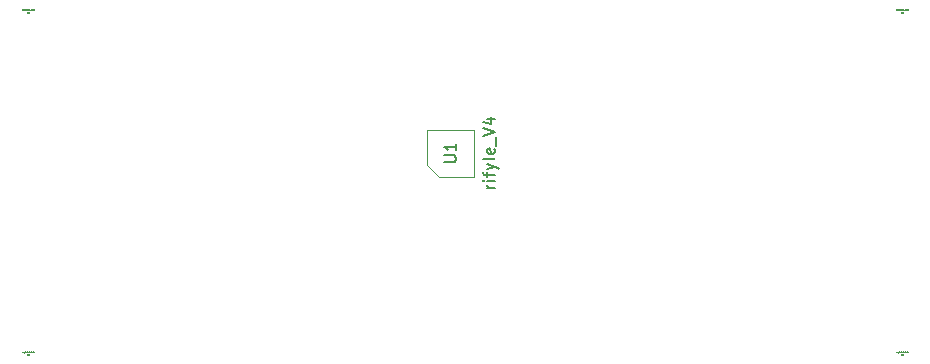
<source format=gbr>
G04 #@! TF.GenerationSoftware,KiCad,Pcbnew,6.0.9-8da3e8f707~117~ubuntu20.04.1*
G04 #@! TF.CreationDate,2022-12-15T16:30:04+01:00*
G04 #@! TF.ProjectId,picsyle-R_temperature_915,70696373-796c-4652-9d52-5f74656d7065,rev?*
G04 #@! TF.SameCoordinates,Original*
G04 #@! TF.FileFunction,AssemblyDrawing,Top*
%FSLAX46Y46*%
G04 Gerber Fmt 4.6, Leading zero omitted, Abs format (unit mm)*
G04 Created by KiCad (PCBNEW 6.0.9-8da3e8f707~117~ubuntu20.04.1) date 2022-12-15 16:30:04*
%MOMM*%
%LPD*%
G01*
G04 APERTURE LIST*
%ADD10C,0.010000*%
%ADD11C,0.150000*%
%ADD12C,0.100000*%
G04 APERTURE END LIST*
D10*
X93923809Y-20170238D02*
X93923809Y-20070238D01*
X93923809Y-20117857D02*
X93980952Y-20117857D01*
X93980952Y-20170238D02*
X93980952Y-20070238D01*
X94023809Y-20079761D02*
X94028571Y-20075000D01*
X94038095Y-20070238D01*
X94061904Y-20070238D01*
X94071428Y-20075000D01*
X94076190Y-20079761D01*
X94080952Y-20089285D01*
X94080952Y-20098809D01*
X94076190Y-20113095D01*
X94019047Y-20170238D01*
X94080952Y-20170238D01*
X93545238Y-19853571D02*
X93545238Y-19920238D01*
X93502380Y-19853571D02*
X93502380Y-19905952D01*
X93507142Y-19915476D01*
X93516666Y-19920238D01*
X93530952Y-19920238D01*
X93540476Y-19915476D01*
X93545238Y-19910714D01*
X93592857Y-19853571D02*
X93592857Y-19920238D01*
X93592857Y-19863095D02*
X93597619Y-19858333D01*
X93607142Y-19853571D01*
X93621428Y-19853571D01*
X93630952Y-19858333D01*
X93635714Y-19867857D01*
X93635714Y-19920238D01*
X93683333Y-19853571D02*
X93683333Y-19953571D01*
X93683333Y-19858333D02*
X93692857Y-19853571D01*
X93711904Y-19853571D01*
X93721428Y-19858333D01*
X93726190Y-19863095D01*
X93730952Y-19872619D01*
X93730952Y-19901190D01*
X93726190Y-19910714D01*
X93721428Y-19915476D01*
X93711904Y-19920238D01*
X93692857Y-19920238D01*
X93683333Y-19915476D01*
X93788095Y-19920238D02*
X93778571Y-19915476D01*
X93773809Y-19905952D01*
X93773809Y-19820238D01*
X93869047Y-19920238D02*
X93869047Y-19867857D01*
X93864285Y-19858333D01*
X93854761Y-19853571D01*
X93835714Y-19853571D01*
X93826190Y-19858333D01*
X93869047Y-19915476D02*
X93859523Y-19920238D01*
X93835714Y-19920238D01*
X93826190Y-19915476D01*
X93821428Y-19905952D01*
X93821428Y-19896428D01*
X93826190Y-19886904D01*
X93835714Y-19882142D01*
X93859523Y-19882142D01*
X93869047Y-19877380D01*
X93902380Y-19853571D02*
X93940476Y-19853571D01*
X93916666Y-19820238D02*
X93916666Y-19905952D01*
X93921428Y-19915476D01*
X93930952Y-19920238D01*
X93940476Y-19920238D01*
X94011904Y-19915476D02*
X94002380Y-19920238D01*
X93983333Y-19920238D01*
X93973809Y-19915476D01*
X93969047Y-19905952D01*
X93969047Y-19867857D01*
X93973809Y-19858333D01*
X93983333Y-19853571D01*
X94002380Y-19853571D01*
X94011904Y-19858333D01*
X94016666Y-19867857D01*
X94016666Y-19877380D01*
X93969047Y-19886904D01*
X94102380Y-19920238D02*
X94102380Y-19820238D01*
X94102380Y-19915476D02*
X94092857Y-19920238D01*
X94073809Y-19920238D01*
X94064285Y-19915476D01*
X94059523Y-19910714D01*
X94054761Y-19901190D01*
X94054761Y-19872619D01*
X94059523Y-19863095D01*
X94064285Y-19858333D01*
X94073809Y-19853571D01*
X94092857Y-19853571D01*
X94102380Y-19858333D01*
X94126190Y-19929761D02*
X94202380Y-19929761D01*
X94226190Y-19920238D02*
X94226190Y-19820238D01*
X94269047Y-19920238D02*
X94269047Y-19867857D01*
X94264285Y-19858333D01*
X94254761Y-19853571D01*
X94240476Y-19853571D01*
X94230952Y-19858333D01*
X94226190Y-19863095D01*
X94330952Y-19920238D02*
X94321428Y-19915476D01*
X94316666Y-19910714D01*
X94311904Y-19901190D01*
X94311904Y-19872619D01*
X94316666Y-19863095D01*
X94321428Y-19858333D01*
X94330952Y-19853571D01*
X94345238Y-19853571D01*
X94354761Y-19858333D01*
X94359523Y-19863095D01*
X94364285Y-19872619D01*
X94364285Y-19901190D01*
X94359523Y-19910714D01*
X94354761Y-19915476D01*
X94345238Y-19920238D01*
X94330952Y-19920238D01*
X94421428Y-19920238D02*
X94411904Y-19915476D01*
X94407142Y-19905952D01*
X94407142Y-19820238D01*
X94497619Y-19915476D02*
X94488095Y-19920238D01*
X94469047Y-19920238D01*
X94459523Y-19915476D01*
X94454761Y-19905952D01*
X94454761Y-19867857D01*
X94459523Y-19858333D01*
X94469047Y-19853571D01*
X94488095Y-19853571D01*
X94497619Y-19858333D01*
X94502380Y-19867857D01*
X94502380Y-19877380D01*
X94454761Y-19886904D01*
X19923809Y-20170238D02*
X19923809Y-20070238D01*
X19923809Y-20117857D02*
X19980952Y-20117857D01*
X19980952Y-20170238D02*
X19980952Y-20070238D01*
X20080952Y-20170238D02*
X20023809Y-20170238D01*
X20052380Y-20170238D02*
X20052380Y-20070238D01*
X20042857Y-20084523D01*
X20033333Y-20094047D01*
X20023809Y-20098809D01*
X19545238Y-19853571D02*
X19545238Y-19920238D01*
X19502380Y-19853571D02*
X19502380Y-19905952D01*
X19507142Y-19915476D01*
X19516666Y-19920238D01*
X19530952Y-19920238D01*
X19540476Y-19915476D01*
X19545238Y-19910714D01*
X19592857Y-19853571D02*
X19592857Y-19920238D01*
X19592857Y-19863095D02*
X19597619Y-19858333D01*
X19607142Y-19853571D01*
X19621428Y-19853571D01*
X19630952Y-19858333D01*
X19635714Y-19867857D01*
X19635714Y-19920238D01*
X19683333Y-19853571D02*
X19683333Y-19953571D01*
X19683333Y-19858333D02*
X19692857Y-19853571D01*
X19711904Y-19853571D01*
X19721428Y-19858333D01*
X19726190Y-19863095D01*
X19730952Y-19872619D01*
X19730952Y-19901190D01*
X19726190Y-19910714D01*
X19721428Y-19915476D01*
X19711904Y-19920238D01*
X19692857Y-19920238D01*
X19683333Y-19915476D01*
X19788095Y-19920238D02*
X19778571Y-19915476D01*
X19773809Y-19905952D01*
X19773809Y-19820238D01*
X19869047Y-19920238D02*
X19869047Y-19867857D01*
X19864285Y-19858333D01*
X19854761Y-19853571D01*
X19835714Y-19853571D01*
X19826190Y-19858333D01*
X19869047Y-19915476D02*
X19859523Y-19920238D01*
X19835714Y-19920238D01*
X19826190Y-19915476D01*
X19821428Y-19905952D01*
X19821428Y-19896428D01*
X19826190Y-19886904D01*
X19835714Y-19882142D01*
X19859523Y-19882142D01*
X19869047Y-19877380D01*
X19902380Y-19853571D02*
X19940476Y-19853571D01*
X19916666Y-19820238D02*
X19916666Y-19905952D01*
X19921428Y-19915476D01*
X19930952Y-19920238D01*
X19940476Y-19920238D01*
X20011904Y-19915476D02*
X20002380Y-19920238D01*
X19983333Y-19920238D01*
X19973809Y-19915476D01*
X19969047Y-19905952D01*
X19969047Y-19867857D01*
X19973809Y-19858333D01*
X19983333Y-19853571D01*
X20002380Y-19853571D01*
X20011904Y-19858333D01*
X20016666Y-19867857D01*
X20016666Y-19877380D01*
X19969047Y-19886904D01*
X20102380Y-19920238D02*
X20102380Y-19820238D01*
X20102380Y-19915476D02*
X20092857Y-19920238D01*
X20073809Y-19920238D01*
X20064285Y-19915476D01*
X20059523Y-19910714D01*
X20054761Y-19901190D01*
X20054761Y-19872619D01*
X20059523Y-19863095D01*
X20064285Y-19858333D01*
X20073809Y-19853571D01*
X20092857Y-19853571D01*
X20102380Y-19858333D01*
X20126190Y-19929761D02*
X20202380Y-19929761D01*
X20226190Y-19920238D02*
X20226190Y-19820238D01*
X20269047Y-19920238D02*
X20269047Y-19867857D01*
X20264285Y-19858333D01*
X20254761Y-19853571D01*
X20240476Y-19853571D01*
X20230952Y-19858333D01*
X20226190Y-19863095D01*
X20330952Y-19920238D02*
X20321428Y-19915476D01*
X20316666Y-19910714D01*
X20311904Y-19901190D01*
X20311904Y-19872619D01*
X20316666Y-19863095D01*
X20321428Y-19858333D01*
X20330952Y-19853571D01*
X20345238Y-19853571D01*
X20354761Y-19858333D01*
X20359523Y-19863095D01*
X20364285Y-19872619D01*
X20364285Y-19901190D01*
X20359523Y-19910714D01*
X20354761Y-19915476D01*
X20345238Y-19920238D01*
X20330952Y-19920238D01*
X20421428Y-19920238D02*
X20411904Y-19915476D01*
X20407142Y-19905952D01*
X20407142Y-19820238D01*
X20497619Y-19915476D02*
X20488095Y-19920238D01*
X20469047Y-19920238D01*
X20459523Y-19915476D01*
X20454761Y-19905952D01*
X20454761Y-19867857D01*
X20459523Y-19858333D01*
X20469047Y-19853571D01*
X20488095Y-19853571D01*
X20497619Y-19858333D01*
X20502380Y-19867857D01*
X20502380Y-19877380D01*
X20454761Y-19886904D01*
X93923809Y-49170238D02*
X93923809Y-49070238D01*
X93923809Y-49117857D02*
X93980952Y-49117857D01*
X93980952Y-49170238D02*
X93980952Y-49070238D01*
X94019047Y-49070238D02*
X94080952Y-49070238D01*
X94047619Y-49108333D01*
X94061904Y-49108333D01*
X94071428Y-49113095D01*
X94076190Y-49117857D01*
X94080952Y-49127380D01*
X94080952Y-49151190D01*
X94076190Y-49160714D01*
X94071428Y-49165476D01*
X94061904Y-49170238D01*
X94033333Y-49170238D01*
X94023809Y-49165476D01*
X94019047Y-49160714D01*
X93545238Y-48853571D02*
X93545238Y-48920238D01*
X93502380Y-48853571D02*
X93502380Y-48905952D01*
X93507142Y-48915476D01*
X93516666Y-48920238D01*
X93530952Y-48920238D01*
X93540476Y-48915476D01*
X93545238Y-48910714D01*
X93592857Y-48853571D02*
X93592857Y-48920238D01*
X93592857Y-48863095D02*
X93597619Y-48858333D01*
X93607142Y-48853571D01*
X93621428Y-48853571D01*
X93630952Y-48858333D01*
X93635714Y-48867857D01*
X93635714Y-48920238D01*
X93683333Y-48853571D02*
X93683333Y-48953571D01*
X93683333Y-48858333D02*
X93692857Y-48853571D01*
X93711904Y-48853571D01*
X93721428Y-48858333D01*
X93726190Y-48863095D01*
X93730952Y-48872619D01*
X93730952Y-48901190D01*
X93726190Y-48910714D01*
X93721428Y-48915476D01*
X93711904Y-48920238D01*
X93692857Y-48920238D01*
X93683333Y-48915476D01*
X93788095Y-48920238D02*
X93778571Y-48915476D01*
X93773809Y-48905952D01*
X93773809Y-48820238D01*
X93869047Y-48920238D02*
X93869047Y-48867857D01*
X93864285Y-48858333D01*
X93854761Y-48853571D01*
X93835714Y-48853571D01*
X93826190Y-48858333D01*
X93869047Y-48915476D02*
X93859523Y-48920238D01*
X93835714Y-48920238D01*
X93826190Y-48915476D01*
X93821428Y-48905952D01*
X93821428Y-48896428D01*
X93826190Y-48886904D01*
X93835714Y-48882142D01*
X93859523Y-48882142D01*
X93869047Y-48877380D01*
X93902380Y-48853571D02*
X93940476Y-48853571D01*
X93916666Y-48820238D02*
X93916666Y-48905952D01*
X93921428Y-48915476D01*
X93930952Y-48920238D01*
X93940476Y-48920238D01*
X94011904Y-48915476D02*
X94002380Y-48920238D01*
X93983333Y-48920238D01*
X93973809Y-48915476D01*
X93969047Y-48905952D01*
X93969047Y-48867857D01*
X93973809Y-48858333D01*
X93983333Y-48853571D01*
X94002380Y-48853571D01*
X94011904Y-48858333D01*
X94016666Y-48867857D01*
X94016666Y-48877380D01*
X93969047Y-48886904D01*
X94102380Y-48920238D02*
X94102380Y-48820238D01*
X94102380Y-48915476D02*
X94092857Y-48920238D01*
X94073809Y-48920238D01*
X94064285Y-48915476D01*
X94059523Y-48910714D01*
X94054761Y-48901190D01*
X94054761Y-48872619D01*
X94059523Y-48863095D01*
X94064285Y-48858333D01*
X94073809Y-48853571D01*
X94092857Y-48853571D01*
X94102380Y-48858333D01*
X94126190Y-48929761D02*
X94202380Y-48929761D01*
X94226190Y-48920238D02*
X94226190Y-48820238D01*
X94269047Y-48920238D02*
X94269047Y-48867857D01*
X94264285Y-48858333D01*
X94254761Y-48853571D01*
X94240476Y-48853571D01*
X94230952Y-48858333D01*
X94226190Y-48863095D01*
X94330952Y-48920238D02*
X94321428Y-48915476D01*
X94316666Y-48910714D01*
X94311904Y-48901190D01*
X94311904Y-48872619D01*
X94316666Y-48863095D01*
X94321428Y-48858333D01*
X94330952Y-48853571D01*
X94345238Y-48853571D01*
X94354761Y-48858333D01*
X94359523Y-48863095D01*
X94364285Y-48872619D01*
X94364285Y-48901190D01*
X94359523Y-48910714D01*
X94354761Y-48915476D01*
X94345238Y-48920238D01*
X94330952Y-48920238D01*
X94421428Y-48920238D02*
X94411904Y-48915476D01*
X94407142Y-48905952D01*
X94407142Y-48820238D01*
X94497619Y-48915476D02*
X94488095Y-48920238D01*
X94469047Y-48920238D01*
X94459523Y-48915476D01*
X94454761Y-48905952D01*
X94454761Y-48867857D01*
X94459523Y-48858333D01*
X94469047Y-48853571D01*
X94488095Y-48853571D01*
X94497619Y-48858333D01*
X94502380Y-48867857D01*
X94502380Y-48877380D01*
X94454761Y-48886904D01*
X19923809Y-49170238D02*
X19923809Y-49070238D01*
X19923809Y-49117857D02*
X19980952Y-49117857D01*
X19980952Y-49170238D02*
X19980952Y-49070238D01*
X20071428Y-49103571D02*
X20071428Y-49170238D01*
X20047619Y-49065476D02*
X20023809Y-49136904D01*
X20085714Y-49136904D01*
X19545238Y-48853571D02*
X19545238Y-48920238D01*
X19502380Y-48853571D02*
X19502380Y-48905952D01*
X19507142Y-48915476D01*
X19516666Y-48920238D01*
X19530952Y-48920238D01*
X19540476Y-48915476D01*
X19545238Y-48910714D01*
X19592857Y-48853571D02*
X19592857Y-48920238D01*
X19592857Y-48863095D02*
X19597619Y-48858333D01*
X19607142Y-48853571D01*
X19621428Y-48853571D01*
X19630952Y-48858333D01*
X19635714Y-48867857D01*
X19635714Y-48920238D01*
X19683333Y-48853571D02*
X19683333Y-48953571D01*
X19683333Y-48858333D02*
X19692857Y-48853571D01*
X19711904Y-48853571D01*
X19721428Y-48858333D01*
X19726190Y-48863095D01*
X19730952Y-48872619D01*
X19730952Y-48901190D01*
X19726190Y-48910714D01*
X19721428Y-48915476D01*
X19711904Y-48920238D01*
X19692857Y-48920238D01*
X19683333Y-48915476D01*
X19788095Y-48920238D02*
X19778571Y-48915476D01*
X19773809Y-48905952D01*
X19773809Y-48820238D01*
X19869047Y-48920238D02*
X19869047Y-48867857D01*
X19864285Y-48858333D01*
X19854761Y-48853571D01*
X19835714Y-48853571D01*
X19826190Y-48858333D01*
X19869047Y-48915476D02*
X19859523Y-48920238D01*
X19835714Y-48920238D01*
X19826190Y-48915476D01*
X19821428Y-48905952D01*
X19821428Y-48896428D01*
X19826190Y-48886904D01*
X19835714Y-48882142D01*
X19859523Y-48882142D01*
X19869047Y-48877380D01*
X19902380Y-48853571D02*
X19940476Y-48853571D01*
X19916666Y-48820238D02*
X19916666Y-48905952D01*
X19921428Y-48915476D01*
X19930952Y-48920238D01*
X19940476Y-48920238D01*
X20011904Y-48915476D02*
X20002380Y-48920238D01*
X19983333Y-48920238D01*
X19973809Y-48915476D01*
X19969047Y-48905952D01*
X19969047Y-48867857D01*
X19973809Y-48858333D01*
X19983333Y-48853571D01*
X20002380Y-48853571D01*
X20011904Y-48858333D01*
X20016666Y-48867857D01*
X20016666Y-48877380D01*
X19969047Y-48886904D01*
X20102380Y-48920238D02*
X20102380Y-48820238D01*
X20102380Y-48915476D02*
X20092857Y-48920238D01*
X20073809Y-48920238D01*
X20064285Y-48915476D01*
X20059523Y-48910714D01*
X20054761Y-48901190D01*
X20054761Y-48872619D01*
X20059523Y-48863095D01*
X20064285Y-48858333D01*
X20073809Y-48853571D01*
X20092857Y-48853571D01*
X20102380Y-48858333D01*
X20126190Y-48929761D02*
X20202380Y-48929761D01*
X20226190Y-48920238D02*
X20226190Y-48820238D01*
X20269047Y-48920238D02*
X20269047Y-48867857D01*
X20264285Y-48858333D01*
X20254761Y-48853571D01*
X20240476Y-48853571D01*
X20230952Y-48858333D01*
X20226190Y-48863095D01*
X20330952Y-48920238D02*
X20321428Y-48915476D01*
X20316666Y-48910714D01*
X20311904Y-48901190D01*
X20311904Y-48872619D01*
X20316666Y-48863095D01*
X20321428Y-48858333D01*
X20330952Y-48853571D01*
X20345238Y-48853571D01*
X20354761Y-48858333D01*
X20359523Y-48863095D01*
X20364285Y-48872619D01*
X20364285Y-48901190D01*
X20359523Y-48910714D01*
X20354761Y-48915476D01*
X20345238Y-48920238D01*
X20330952Y-48920238D01*
X20421428Y-48920238D02*
X20411904Y-48915476D01*
X20407142Y-48905952D01*
X20407142Y-48820238D01*
X20497619Y-48915476D02*
X20488095Y-48920238D01*
X20469047Y-48920238D01*
X20459523Y-48915476D01*
X20454761Y-48905952D01*
X20454761Y-48867857D01*
X20459523Y-48858333D01*
X20469047Y-48853571D01*
X20488095Y-48853571D01*
X20497619Y-48858333D01*
X20502380Y-48867857D01*
X20502380Y-48877380D01*
X20454761Y-48886904D01*
D11*
X59532380Y-35012380D02*
X58865714Y-35012380D01*
X59056190Y-35012380D02*
X58960952Y-34964761D01*
X58913333Y-34917142D01*
X58865714Y-34821904D01*
X58865714Y-34726666D01*
X59532380Y-34393333D02*
X58865714Y-34393333D01*
X58532380Y-34393333D02*
X58580000Y-34440952D01*
X58627619Y-34393333D01*
X58580000Y-34345714D01*
X58532380Y-34393333D01*
X58627619Y-34393333D01*
X58865714Y-34060000D02*
X58865714Y-33679047D01*
X59532380Y-33917142D02*
X58675238Y-33917142D01*
X58580000Y-33869523D01*
X58532380Y-33774285D01*
X58532380Y-33679047D01*
X58865714Y-33440952D02*
X59532380Y-33202857D01*
X58865714Y-32964761D02*
X59532380Y-33202857D01*
X59770476Y-33298095D01*
X59818095Y-33345714D01*
X59865714Y-33440952D01*
X59532380Y-32440952D02*
X59484761Y-32536190D01*
X59389523Y-32583809D01*
X58532380Y-32583809D01*
X59484761Y-31679047D02*
X59532380Y-31774285D01*
X59532380Y-31964761D01*
X59484761Y-32060000D01*
X59389523Y-32107619D01*
X59008571Y-32107619D01*
X58913333Y-32060000D01*
X58865714Y-31964761D01*
X58865714Y-31774285D01*
X58913333Y-31679047D01*
X59008571Y-31631428D01*
X59103809Y-31631428D01*
X59199047Y-32107619D01*
X59627619Y-31440952D02*
X59627619Y-30679047D01*
X58532380Y-30583809D02*
X59532380Y-30250476D01*
X58532380Y-29917142D01*
X58865714Y-29155238D02*
X59532380Y-29155238D01*
X58484761Y-29393333D02*
X59199047Y-29631428D01*
X59199047Y-29012380D01*
X55232380Y-32821904D02*
X56041904Y-32821904D01*
X56137142Y-32774285D01*
X56184761Y-32726666D01*
X56232380Y-32631428D01*
X56232380Y-32440952D01*
X56184761Y-32345714D01*
X56137142Y-32298095D01*
X56041904Y-32250476D01*
X55232380Y-32250476D01*
X56232380Y-31250476D02*
X56232380Y-31821904D01*
X56232380Y-31536190D02*
X55232380Y-31536190D01*
X55375238Y-31631428D01*
X55470476Y-31726666D01*
X55518095Y-31821904D01*
D12*
X57780000Y-34060000D02*
X54780000Y-34060000D01*
X53780000Y-30060000D02*
X57780000Y-30060000D01*
X54780000Y-34060000D02*
X53780000Y-33060000D01*
X53780000Y-33060000D02*
X53780000Y-30060000D01*
X57780000Y-30060000D02*
X57780000Y-34060000D01*
M02*

</source>
